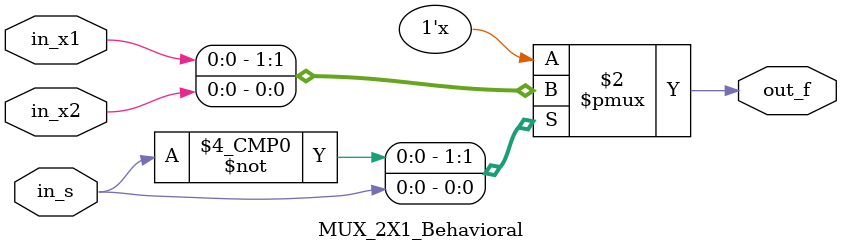
<source format=v>
`timescale 1ns / 1ps


module MUX_2X1_Behavioral(
    input in_x1, in_x2, in_s,
    output reg out_f
    );
//    always @(in_x1, in_x2, in_s)
//    begin
//        if (in_s)
//        begin
//            out_f = in_x2;
//        end
//        else
//        begin
//            out_f = in_x1;
//        end  
//    end
    always @(in_x1, in_x2, in_s)
    begin
        case(in_s)
            0: out_f = in_x1;
            1: out_f = in_x2;
        endcase
    end
    

endmodule

</source>
